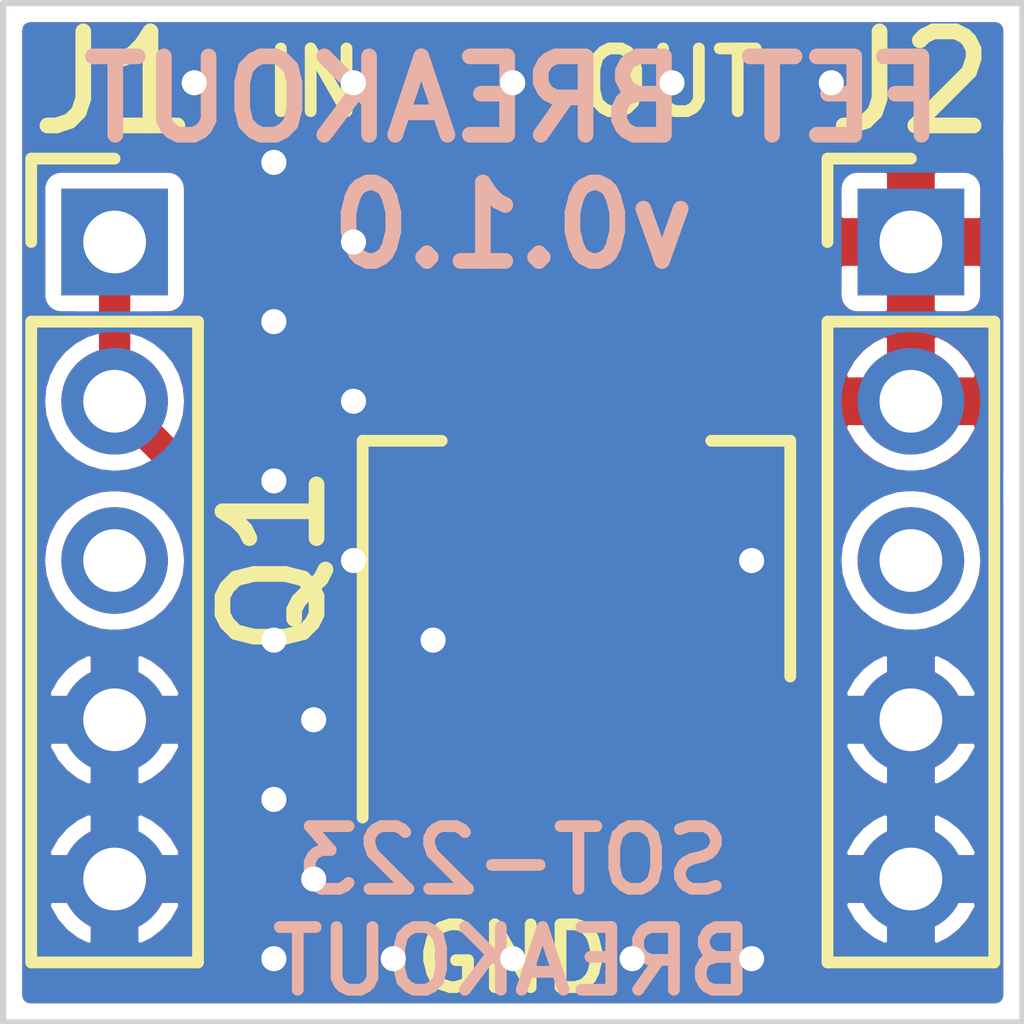
<source format=kicad_pcb>
(kicad_pcb (version 20171130) (host pcbnew "(5.1.2)-2")

  (general
    (thickness 1.6)
    (drawings 9)
    (tracks 25)
    (zones 0)
    (modules 3)
    (nets 4)
  )

  (page A4)
  (layers
    (0 F.Cu signal)
    (31 B.Cu signal)
    (32 B.Adhes user)
    (33 F.Adhes user)
    (34 B.Paste user)
    (35 F.Paste user)
    (36 B.SilkS user)
    (37 F.SilkS user)
    (38 B.Mask user)
    (39 F.Mask user)
    (40 Dwgs.User user)
    (41 Cmts.User user)
    (42 Eco1.User user)
    (43 Eco2.User user)
    (44 Edge.Cuts user)
    (45 Margin user)
    (46 B.CrtYd user hide)
    (47 F.CrtYd user hide)
    (48 B.Fab user hide)
    (49 F.Fab user hide)
  )

  (setup
    (last_trace_width 0.25)
    (trace_clearance 0.2)
    (zone_clearance 0.254)
    (zone_45_only yes)
    (trace_min 0.2)
    (via_size 0.8)
    (via_drill 0.4)
    (via_min_size 0.4)
    (via_min_drill 0.3)
    (uvia_size 0.3)
    (uvia_drill 0.1)
    (uvias_allowed no)
    (uvia_min_size 0.2)
    (uvia_min_drill 0.1)
    (edge_width 0.05)
    (segment_width 0.2)
    (pcb_text_width 0.3)
    (pcb_text_size 1.5 1.5)
    (mod_edge_width 0.12)
    (mod_text_size 1 1)
    (mod_text_width 0.15)
    (pad_size 1.524 1.524)
    (pad_drill 0.762)
    (pad_to_mask_clearance 0.051)
    (solder_mask_min_width 0.25)
    (aux_axis_origin 0 0)
    (visible_elements 7FFFFFFF)
    (pcbplotparams
      (layerselection 0x010fc_ffffffff)
      (usegerberextensions false)
      (usegerberattributes false)
      (usegerberadvancedattributes false)
      (creategerberjobfile false)
      (excludeedgelayer true)
      (linewidth 0.100000)
      (plotframeref false)
      (viasonmask false)
      (mode 1)
      (useauxorigin false)
      (hpglpennumber 1)
      (hpglpenspeed 20)
      (hpglpendiameter 15.000000)
      (psnegative false)
      (psa4output false)
      (plotreference true)
      (plotvalue true)
      (plotinvisibletext false)
      (padsonsilk false)
      (subtractmaskfromsilk false)
      (outputformat 1)
      (mirror false)
      (drillshape 0)
      (scaleselection 1)
      (outputdirectory "GERBERS/"))
  )

  (net 0 "")
  (net 1 /GND)
  (net 2 /GATE)
  (net 3 /OUT)

  (net_class Default "This is the default net class."
    (clearance 0.2)
    (trace_width 0.25)
    (via_dia 0.8)
    (via_drill 0.4)
    (uvia_dia 0.3)
    (uvia_drill 0.1)
  )

  (net_class GATE ""
    (clearance 0.2)
    (trace_width 0.5)
    (via_dia 0.8)
    (via_drill 0.4)
    (uvia_dia 0.3)
    (uvia_drill 0.1)
    (add_net /GATE)
  )

  (net_class PWR ""
    (clearance 0.2)
    (trace_width 0.75)
    (via_dia 0.8)
    (via_drill 0.4)
    (uvia_dia 0.3)
    (uvia_drill 0.1)
    (add_net /GND)
    (add_net /OUT)
  )

  (module footprints:PinHeader_1x05_P2.54mm_Vertical (layer F.Cu) (tedit 5DC88DBA) (tstamp 5DC88F62)
    (at 86.36 78.74)
    (descr "Through hole straight pin header, 1x05, 2.54mm pitch, single row")
    (tags "Through hole pin header THT 1x05 2.54mm single row")
    (path /5DC9550A)
    (fp_text reference J2 (at 0 -2.54) (layer F.SilkS)
      (effects (font (size 1.5 1.5) (thickness 0.25)))
    )
    (fp_text value Conn_01x05_Male (at 0 12.49) (layer F.Fab)
      (effects (font (size 1 1) (thickness 0.15)))
    )
    (fp_text user %R (at 0 5.08 90) (layer F.Fab)
      (effects (font (size 1 1) (thickness 0.15)))
    )
    (fp_line (start 1.524 -1.524) (end -1.524 -1.524) (layer F.CrtYd) (width 0.05))
    (fp_line (start 1.524 11.684) (end 1.524 -1.524) (layer F.CrtYd) (width 0.05))
    (fp_line (start -1.524 11.684) (end 1.524 11.684) (layer F.CrtYd) (width 0.05))
    (fp_line (start -1.524 -1.524) (end -1.524 11.684) (layer F.CrtYd) (width 0.05))
    (fp_line (start -1.33 -1.33) (end 0 -1.33) (layer F.SilkS) (width 0.1875))
    (fp_line (start -1.33 0) (end -1.33 -1.33) (layer F.SilkS) (width 0.1875))
    (fp_line (start -1.33 1.27) (end 1.33 1.27) (layer F.SilkS) (width 0.1875))
    (fp_line (start 1.33 1.27) (end 1.33 11.49) (layer F.SilkS) (width 0.1875))
    (fp_line (start -1.33 1.27) (end -1.33 11.49) (layer F.SilkS) (width 0.1875))
    (fp_line (start -1.33 11.49) (end 1.33 11.49) (layer F.SilkS) (width 0.1875))
    (fp_line (start -1.27 -0.635) (end -0.635 -1.27) (layer F.Fab) (width 0.1))
    (fp_line (start -1.27 11.43) (end -1.27 -0.635) (layer F.Fab) (width 0.1))
    (fp_line (start 1.27 11.43) (end -1.27 11.43) (layer F.Fab) (width 0.1))
    (fp_line (start 1.27 -1.27) (end 1.27 11.43) (layer F.Fab) (width 0.1))
    (fp_line (start -0.635 -1.27) (end 1.27 -1.27) (layer F.Fab) (width 0.1))
    (pad 5 thru_hole oval (at 0 10.16) (size 1.7 1.7) (drill 1) (layers *.Cu *.Mask)
      (net 1 /GND))
    (pad 4 thru_hole oval (at 0 7.62) (size 1.7 1.7) (drill 1) (layers *.Cu *.Mask)
      (net 1 /GND))
    (pad 3 thru_hole oval (at 0 5.08) (size 1.7 1.7) (drill 1) (layers *.Cu *.Mask))
    (pad 2 thru_hole oval (at 0 2.54) (size 1.7 1.7) (drill 1) (layers *.Cu *.Mask)
      (net 3 /OUT))
    (pad 1 thru_hole rect (at 0 0) (size 1.7 1.7) (drill 1) (layers *.Cu *.Mask)
      (net 3 /OUT))
    (model ${KISYS3DMOD}/Connector_PinHeader_2.54mm.3dshapes/PinHeader_1x05_P2.54mm_Vertical.wrl
      (at (xyz 0 0 0))
      (scale (xyz 1 1 1))
      (rotate (xyz 0 0 0))
    )
  )

  (module footprints:PinHeader_1x05_P2.54mm_Vertical (layer F.Cu) (tedit 5DC88DBA) (tstamp 5DC88F49)
    (at 73.66 78.74)
    (descr "Through hole straight pin header, 1x05, 2.54mm pitch, single row")
    (tags "Through hole pin header THT 1x05 2.54mm single row")
    (path /5DC93F27)
    (fp_text reference J1 (at 0 -2.54) (layer F.SilkS)
      (effects (font (size 1.5 1.5) (thickness 0.25)))
    )
    (fp_text value Conn_01x05_Male (at 0 12.49) (layer F.Fab)
      (effects (font (size 1 1) (thickness 0.15)))
    )
    (fp_text user %R (at 0 5.08 90) (layer F.Fab)
      (effects (font (size 1 1) (thickness 0.15)))
    )
    (fp_line (start 1.524 -1.524) (end -1.524 -1.524) (layer F.CrtYd) (width 0.05))
    (fp_line (start 1.524 11.684) (end 1.524 -1.524) (layer F.CrtYd) (width 0.05))
    (fp_line (start -1.524 11.684) (end 1.524 11.684) (layer F.CrtYd) (width 0.05))
    (fp_line (start -1.524 -1.524) (end -1.524 11.684) (layer F.CrtYd) (width 0.05))
    (fp_line (start -1.33 -1.33) (end 0 -1.33) (layer F.SilkS) (width 0.1875))
    (fp_line (start -1.33 0) (end -1.33 -1.33) (layer F.SilkS) (width 0.1875))
    (fp_line (start -1.33 1.27) (end 1.33 1.27) (layer F.SilkS) (width 0.1875))
    (fp_line (start 1.33 1.27) (end 1.33 11.49) (layer F.SilkS) (width 0.1875))
    (fp_line (start -1.33 1.27) (end -1.33 11.49) (layer F.SilkS) (width 0.1875))
    (fp_line (start -1.33 11.49) (end 1.33 11.49) (layer F.SilkS) (width 0.1875))
    (fp_line (start -1.27 -0.635) (end -0.635 -1.27) (layer F.Fab) (width 0.1))
    (fp_line (start -1.27 11.43) (end -1.27 -0.635) (layer F.Fab) (width 0.1))
    (fp_line (start 1.27 11.43) (end -1.27 11.43) (layer F.Fab) (width 0.1))
    (fp_line (start 1.27 -1.27) (end 1.27 11.43) (layer F.Fab) (width 0.1))
    (fp_line (start -0.635 -1.27) (end 1.27 -1.27) (layer F.Fab) (width 0.1))
    (pad 5 thru_hole oval (at 0 10.16) (size 1.7 1.7) (drill 1) (layers *.Cu *.Mask)
      (net 1 /GND))
    (pad 4 thru_hole oval (at 0 7.62) (size 1.7 1.7) (drill 1) (layers *.Cu *.Mask)
      (net 1 /GND))
    (pad 3 thru_hole oval (at 0 5.08) (size 1.7 1.7) (drill 1) (layers *.Cu *.Mask))
    (pad 2 thru_hole oval (at 0 2.54) (size 1.7 1.7) (drill 1) (layers *.Cu *.Mask)
      (net 2 /GATE))
    (pad 1 thru_hole rect (at 0 0) (size 1.7 1.7) (drill 1) (layers *.Cu *.Mask)
      (net 2 /GATE))
    (model ${KISYS3DMOD}/Connector_PinHeader_2.54mm.3dshapes/PinHeader_1x05_P2.54mm_Vertical.wrl
      (at (xyz 0 0 0))
      (scale (xyz 1 1 1))
      (rotate (xyz 0 0 0))
    )
  )

  (module footprints:SOT-223 (layer F.Cu) (tedit 5D61C0FC) (tstamp 5DC88B4D)
    (at 81.026 83.82 90)
    (descr "module CMS SOT223 4 pins")
    (tags "CMS SOT")
    (path /5DC8947E)
    (attr smd)
    (fp_text reference Q1 (at 0 -4.826 90) (layer F.SilkS)
      (effects (font (size 1.5 1.5) (thickness 0.25)))
    )
    (fp_text value Q_NMOS_GDSD (at 0 4.5 90) (layer F.Fab)
      (effects (font (size 1 1) (thickness 0.15)))
    )
    (fp_line (start 1.85 -3.35) (end 1.85 3.35) (layer F.Fab) (width 0.1))
    (fp_line (start -1.85 3.35) (end 1.85 3.35) (layer F.Fab) (width 0.1))
    (fp_line (start -4.1 -3.41) (end 1.91 -3.41) (layer F.SilkS) (width 0.1875))
    (fp_line (start -0.8 -3.35) (end 1.85 -3.35) (layer F.Fab) (width 0.1))
    (fp_line (start -1.85 3.41) (end 1.91 3.41) (layer F.SilkS) (width 0.1875))
    (fp_line (start -1.85 -2.3) (end -1.85 3.35) (layer F.Fab) (width 0.1))
    (fp_line (start -4.4 -3.6) (end -4.4 3.6) (layer F.CrtYd) (width 0.05))
    (fp_line (start -4.4 3.6) (end 4.4 3.6) (layer F.CrtYd) (width 0.05))
    (fp_line (start 4.4 3.6) (end 4.4 -3.6) (layer F.CrtYd) (width 0.05))
    (fp_line (start 4.4 -3.6) (end -4.4 -3.6) (layer F.CrtYd) (width 0.05))
    (fp_line (start 1.91 -3.41) (end 1.91 -2.15) (layer F.SilkS) (width 0.1875))
    (fp_line (start 1.91 3.41) (end 1.91 2.15) (layer F.SilkS) (width 0.1875))
    (fp_line (start -1.85 -2.3) (end -0.8 -3.35) (layer F.Fab) (width 0.1))
    (fp_text user %R (at 0 0) (layer F.Fab)
      (effects (font (size 0.8 0.8) (thickness 0.12)))
    )
    (pad 1 smd rect (at -3.65 -2.3 90) (size 3 1.5) (layers F.Cu F.Paste F.Mask)
      (net 2 /GATE))
    (pad 3 smd rect (at -3.65 2.3 90) (size 3 1.5) (layers F.Cu F.Paste F.Mask)
      (net 1 /GND))
    (pad 2 smd rect (at -3.65 0 90) (size 3 1.5) (layers F.Cu F.Paste F.Mask)
      (net 3 /OUT))
    (pad 4 smd rect (at 3.65 0 90) (size 3 3.8) (layers F.Cu F.Paste F.Mask)
      (net 3 /OUT))
    (model ${KISYS3DMOD}/Package_TO_SOT_SMD.3dshapes/SOT-223.wrl
      (at (xyz 0 0 0))
      (scale (xyz 1 1 1))
      (rotate (xyz 0 0 0))
    )
  )

  (gr_text OUT (at 82.55 76.2) (layer F.SilkS) (tstamp 5DC8E626)
    (effects (font (size 1 1) (thickness 0.1875)))
  )
  (gr_text IN (at 76.835 76.2) (layer F.SilkS) (tstamp 5DC8E5FD)
    (effects (font (size 1 1) (thickness 0.1875)))
  )
  (gr_text GND (at 80.01 90.17) (layer F.SilkS)
    (effects (font (size 1 1) (thickness 0.1875)))
  )
  (gr_text "FET BREAKOUT\nv0.1.0" (at 80.01 77.47) (layer B.SilkS)
    (effects (font (size 1.25 1.25) (thickness 0.25)) (justify mirror))
  )
  (gr_text "SOT-223\nBREAKOUT" (at 80.01 89.408) (layer B.SilkS)
    (effects (font (size 1 1) (thickness 0.1875)) (justify mirror))
  )
  (gr_line (start 88.138 91.186) (end 88.138 74.93) (layer Edge.Cuts) (width 0.1))
  (gr_line (start 71.882 91.186) (end 88.138 91.186) (layer Edge.Cuts) (width 0.1))
  (gr_line (start 71.882 74.93) (end 71.882 91.186) (layer Edge.Cuts) (width 0.1))
  (gr_line (start 88.138 74.93) (end 71.882 74.93) (layer Edge.Cuts) (width 0.1))

  (via (at 74.93 76.2) (size 0.8) (drill 0.4) (layers F.Cu B.Cu) (net 1))
  (via (at 77.47 76.2) (size 0.8) (drill 0.4) (layers F.Cu B.Cu) (net 1))
  (via (at 80.01 76.2) (size 0.8) (drill 0.4) (layers F.Cu B.Cu) (net 1))
  (via (at 82.55 76.2) (size 0.8) (drill 0.4) (layers F.Cu B.Cu) (net 1))
  (via (at 85.09 76.2) (size 0.8) (drill 0.4) (layers F.Cu B.Cu) (net 1))
  (via (at 76.2 77.47) (size 0.8) (drill 0.4) (layers F.Cu B.Cu) (net 1))
  (via (at 77.47 78.74) (size 0.8) (drill 0.4) (layers F.Cu B.Cu) (net 1))
  (via (at 76.2 80.01) (size 0.8) (drill 0.4) (layers F.Cu B.Cu) (net 1))
  (via (at 77.47 81.28) (size 0.8) (drill 0.4) (layers F.Cu B.Cu) (net 1))
  (via (at 76.2 82.55) (size 0.8) (drill 0.4) (layers F.Cu B.Cu) (net 1))
  (via (at 77.47 83.82) (size 0.8) (drill 0.4) (layers F.Cu B.Cu) (net 1))
  (via (at 78.74 85.09) (size 0.8) (drill 0.4) (layers F.Cu B.Cu) (net 1))
  (via (at 83.82 83.82) (size 0.8) (drill 0.4) (layers F.Cu B.Cu) (net 1))
  (via (at 76.2 85.09) (size 0.8) (drill 0.4) (layers F.Cu B.Cu) (net 1))
  (via (at 76.2 87.63) (size 0.8) (drill 0.4) (layers F.Cu B.Cu) (net 1))
  (via (at 76.835 86.36) (size 0.8) (drill 0.4) (layers F.Cu B.Cu) (net 1))
  (via (at 76.835 88.9) (size 0.8) (drill 0.4) (layers F.Cu B.Cu) (net 1))
  (via (at 76.2 90.17) (size 0.8) (drill 0.4) (layers F.Cu B.Cu) (net 1))
  (via (at 80.01 90.17) (size 0.8) (drill 0.4) (layers F.Cu B.Cu) (net 1))
  (via (at 78.105 90.17) (size 0.8) (drill 0.4) (layers F.Cu B.Cu) (net 1))
  (via (at 81.915 90.17) (size 0.8) (drill 0.4) (layers F.Cu B.Cu) (net 1))
  (via (at 83.82 90.17) (size 0.8) (drill 0.4) (layers F.Cu B.Cu) (net 1))
  (segment (start 73.66 78.74) (end 73.66 81.28) (width 0.5) (layer F.Cu) (net 2))
  (segment (start 78.726 86.346) (end 78.726 87.47) (width 0.5) (layer F.Cu) (net 2))
  (segment (start 73.66 81.28) (end 78.726 86.346) (width 0.5) (layer F.Cu) (net 2))

  (zone (net 1) (net_name /GND) (layer B.Cu) (tstamp 5DC8E7D4) (hatch edge 0.508)
    (connect_pads (clearance 0.254))
    (min_thickness 0.254)
    (fill yes (arc_segments 32) (thermal_gap 0.254) (thermal_bridge_width 0.762))
    (polygon
      (pts
        (xy 72.136 90.932) (xy 87.884 90.932) (xy 87.884 75.184) (xy 72.136 75.184)
      )
    )
    (filled_polygon
      (pts
        (xy 87.707 90.755) (xy 72.313 90.755) (xy 72.313 89.3393) (xy 72.510054 89.3393) (xy 72.536223 89.40251)
        (xy 72.655851 89.612092) (xy 72.814068 89.794309) (xy 73.004793 89.942158) (xy 73.220698 90.049958) (xy 73.406 90.009272)
        (xy 73.406 89.154) (xy 73.914 89.154) (xy 73.914 90.009272) (xy 74.099302 90.049958) (xy 74.315207 89.942158)
        (xy 74.505932 89.794309) (xy 74.664149 89.612092) (xy 74.783777 89.40251) (xy 74.809946 89.3393) (xy 85.210054 89.3393)
        (xy 85.236223 89.40251) (xy 85.355851 89.612092) (xy 85.514068 89.794309) (xy 85.704793 89.942158) (xy 85.920698 90.049958)
        (xy 86.106 90.009272) (xy 86.106 89.154) (xy 86.614 89.154) (xy 86.614 90.009272) (xy 86.799302 90.049958)
        (xy 87.015207 89.942158) (xy 87.205932 89.794309) (xy 87.364149 89.612092) (xy 87.483777 89.40251) (xy 87.509946 89.3393)
        (xy 87.466983 89.154) (xy 86.614 89.154) (xy 86.106 89.154) (xy 85.253017 89.154) (xy 85.210054 89.3393)
        (xy 74.809946 89.3393) (xy 74.766983 89.154) (xy 73.914 89.154) (xy 73.406 89.154) (xy 72.553017 89.154)
        (xy 72.510054 89.3393) (xy 72.313 89.3393) (xy 72.313 88.4607) (xy 72.510054 88.4607) (xy 72.553017 88.646)
        (xy 73.406 88.646) (xy 73.406 87.790728) (xy 73.914 87.790728) (xy 73.914 88.646) (xy 74.766983 88.646)
        (xy 74.809946 88.4607) (xy 85.210054 88.4607) (xy 85.253017 88.646) (xy 86.106 88.646) (xy 86.106 87.790728)
        (xy 86.614 87.790728) (xy 86.614 88.646) (xy 87.466983 88.646) (xy 87.509946 88.4607) (xy 87.483777 88.39749)
        (xy 87.364149 88.187908) (xy 87.205932 88.005691) (xy 87.015207 87.857842) (xy 86.799302 87.750042) (xy 86.614 87.790728)
        (xy 86.106 87.790728) (xy 85.920698 87.750042) (xy 85.704793 87.857842) (xy 85.514068 88.005691) (xy 85.355851 88.187908)
        (xy 85.236223 88.39749) (xy 85.210054 88.4607) (xy 74.809946 88.4607) (xy 74.783777 88.39749) (xy 74.664149 88.187908)
        (xy 74.505932 88.005691) (xy 74.315207 87.857842) (xy 74.099302 87.750042) (xy 73.914 87.790728) (xy 73.406 87.790728)
        (xy 73.220698 87.750042) (xy 73.004793 87.857842) (xy 72.814068 88.005691) (xy 72.655851 88.187908) (xy 72.536223 88.39749)
        (xy 72.510054 88.4607) (xy 72.313 88.4607) (xy 72.313 86.7993) (xy 72.510054 86.7993) (xy 72.536223 86.86251)
        (xy 72.655851 87.072092) (xy 72.814068 87.254309) (xy 73.004793 87.402158) (xy 73.220698 87.509958) (xy 73.406 87.469272)
        (xy 73.406 86.614) (xy 73.914 86.614) (xy 73.914 87.469272) (xy 74.099302 87.509958) (xy 74.315207 87.402158)
        (xy 74.505932 87.254309) (xy 74.664149 87.072092) (xy 74.783777 86.86251) (xy 74.809946 86.7993) (xy 85.210054 86.7993)
        (xy 85.236223 86.86251) (xy 85.355851 87.072092) (xy 85.514068 87.254309) (xy 85.704793 87.402158) (xy 85.920698 87.509958)
        (xy 86.106 87.469272) (xy 86.106 86.614) (xy 86.614 86.614) (xy 86.614 87.469272) (xy 86.799302 87.509958)
        (xy 87.015207 87.402158) (xy 87.205932 87.254309) (xy 87.364149 87.072092) (xy 87.483777 86.86251) (xy 87.509946 86.7993)
        (xy 87.466983 86.614) (xy 86.614 86.614) (xy 86.106 86.614) (xy 85.253017 86.614) (xy 85.210054 86.7993)
        (xy 74.809946 86.7993) (xy 74.766983 86.614) (xy 73.914 86.614) (xy 73.406 86.614) (xy 72.553017 86.614)
        (xy 72.510054 86.7993) (xy 72.313 86.7993) (xy 72.313 85.9207) (xy 72.510054 85.9207) (xy 72.553017 86.106)
        (xy 73.406 86.106) (xy 73.406 85.250728) (xy 73.914 85.250728) (xy 73.914 86.106) (xy 74.766983 86.106)
        (xy 74.809946 85.9207) (xy 85.210054 85.9207) (xy 85.253017 86.106) (xy 86.106 86.106) (xy 86.106 85.250728)
        (xy 86.614 85.250728) (xy 86.614 86.106) (xy 87.466983 86.106) (xy 87.509946 85.9207) (xy 87.483777 85.85749)
        (xy 87.364149 85.647908) (xy 87.205932 85.465691) (xy 87.015207 85.317842) (xy 86.799302 85.210042) (xy 86.614 85.250728)
        (xy 86.106 85.250728) (xy 85.920698 85.210042) (xy 85.704793 85.317842) (xy 85.514068 85.465691) (xy 85.355851 85.647908)
        (xy 85.236223 85.85749) (xy 85.210054 85.9207) (xy 74.809946 85.9207) (xy 74.783777 85.85749) (xy 74.664149 85.647908)
        (xy 74.505932 85.465691) (xy 74.315207 85.317842) (xy 74.099302 85.210042) (xy 73.914 85.250728) (xy 73.406 85.250728)
        (xy 73.220698 85.210042) (xy 73.004793 85.317842) (xy 72.814068 85.465691) (xy 72.655851 85.647908) (xy 72.536223 85.85749)
        (xy 72.510054 85.9207) (xy 72.313 85.9207) (xy 72.313 83.82) (xy 72.423044 83.82) (xy 72.446812 84.061318)
        (xy 72.517202 84.293363) (xy 72.631509 84.507216) (xy 72.78534 84.69466) (xy 72.972784 84.848491) (xy 73.186637 84.962798)
        (xy 73.418682 85.033188) (xy 73.599528 85.051) (xy 73.720472 85.051) (xy 73.901318 85.033188) (xy 74.133363 84.962798)
        (xy 74.347216 84.848491) (xy 74.53466 84.69466) (xy 74.688491 84.507216) (xy 74.802798 84.293363) (xy 74.873188 84.061318)
        (xy 74.896956 83.82) (xy 85.123044 83.82) (xy 85.146812 84.061318) (xy 85.217202 84.293363) (xy 85.331509 84.507216)
        (xy 85.48534 84.69466) (xy 85.672784 84.848491) (xy 85.886637 84.962798) (xy 86.118682 85.033188) (xy 86.299528 85.051)
        (xy 86.420472 85.051) (xy 86.601318 85.033188) (xy 86.833363 84.962798) (xy 87.047216 84.848491) (xy 87.23466 84.69466)
        (xy 87.388491 84.507216) (xy 87.502798 84.293363) (xy 87.573188 84.061318) (xy 87.596956 83.82) (xy 87.573188 83.578682)
        (xy 87.502798 83.346637) (xy 87.388491 83.132784) (xy 87.23466 82.94534) (xy 87.047216 82.791509) (xy 86.833363 82.677202)
        (xy 86.601318 82.606812) (xy 86.420472 82.589) (xy 86.299528 82.589) (xy 86.118682 82.606812) (xy 85.886637 82.677202)
        (xy 85.672784 82.791509) (xy 85.48534 82.94534) (xy 85.331509 83.132784) (xy 85.217202 83.346637) (xy 85.146812 83.578682)
        (xy 85.123044 83.82) (xy 74.896956 83.82) (xy 74.873188 83.578682) (xy 74.802798 83.346637) (xy 74.688491 83.132784)
        (xy 74.53466 82.94534) (xy 74.347216 82.791509) (xy 74.133363 82.677202) (xy 73.901318 82.606812) (xy 73.720472 82.589)
        (xy 73.599528 82.589) (xy 73.418682 82.606812) (xy 73.186637 82.677202) (xy 72.972784 82.791509) (xy 72.78534 82.94534)
        (xy 72.631509 83.132784) (xy 72.517202 83.346637) (xy 72.446812 83.578682) (xy 72.423044 83.82) (xy 72.313 83.82)
        (xy 72.313 81.28) (xy 72.423044 81.28) (xy 72.446812 81.521318) (xy 72.517202 81.753363) (xy 72.631509 81.967216)
        (xy 72.78534 82.15466) (xy 72.972784 82.308491) (xy 73.186637 82.422798) (xy 73.418682 82.493188) (xy 73.599528 82.511)
        (xy 73.720472 82.511) (xy 73.901318 82.493188) (xy 74.133363 82.422798) (xy 74.347216 82.308491) (xy 74.53466 82.15466)
        (xy 74.688491 81.967216) (xy 74.802798 81.753363) (xy 74.873188 81.521318) (xy 74.896956 81.28) (xy 85.123044 81.28)
        (xy 85.146812 81.521318) (xy 85.217202 81.753363) (xy 85.331509 81.967216) (xy 85.48534 82.15466) (xy 85.672784 82.308491)
        (xy 85.886637 82.422798) (xy 86.118682 82.493188) (xy 86.299528 82.511) (xy 86.420472 82.511) (xy 86.601318 82.493188)
        (xy 86.833363 82.422798) (xy 87.047216 82.308491) (xy 87.23466 82.15466) (xy 87.388491 81.967216) (xy 87.502798 81.753363)
        (xy 87.573188 81.521318) (xy 87.596956 81.28) (xy 87.573188 81.038682) (xy 87.502798 80.806637) (xy 87.388491 80.592784)
        (xy 87.23466 80.40534) (xy 87.047216 80.251509) (xy 86.833363 80.137202) (xy 86.601318 80.066812) (xy 86.420472 80.049)
        (xy 86.299528 80.049) (xy 86.118682 80.066812) (xy 85.886637 80.137202) (xy 85.672784 80.251509) (xy 85.48534 80.40534)
        (xy 85.331509 80.592784) (xy 85.217202 80.806637) (xy 85.146812 81.038682) (xy 85.123044 81.28) (xy 74.896956 81.28)
        (xy 74.873188 81.038682) (xy 74.802798 80.806637) (xy 74.688491 80.592784) (xy 74.53466 80.40534) (xy 74.347216 80.251509)
        (xy 74.133363 80.137202) (xy 73.901318 80.066812) (xy 73.720472 80.049) (xy 73.599528 80.049) (xy 73.418682 80.066812)
        (xy 73.186637 80.137202) (xy 72.972784 80.251509) (xy 72.78534 80.40534) (xy 72.631509 80.592784) (xy 72.517202 80.806637)
        (xy 72.446812 81.038682) (xy 72.423044 81.28) (xy 72.313 81.28) (xy 72.313 77.89) (xy 72.427157 77.89)
        (xy 72.427157 79.59) (xy 72.434513 79.664689) (xy 72.456299 79.736508) (xy 72.491678 79.802696) (xy 72.539289 79.860711)
        (xy 72.597304 79.908322) (xy 72.663492 79.943701) (xy 72.735311 79.965487) (xy 72.81 79.972843) (xy 74.51 79.972843)
        (xy 74.584689 79.965487) (xy 74.656508 79.943701) (xy 74.722696 79.908322) (xy 74.780711 79.860711) (xy 74.828322 79.802696)
        (xy 74.863701 79.736508) (xy 74.885487 79.664689) (xy 74.892843 79.59) (xy 74.892843 77.89) (xy 85.127157 77.89)
        (xy 85.127157 79.59) (xy 85.134513 79.664689) (xy 85.156299 79.736508) (xy 85.191678 79.802696) (xy 85.239289 79.860711)
        (xy 85.297304 79.908322) (xy 85.363492 79.943701) (xy 85.435311 79.965487) (xy 85.51 79.972843) (xy 87.21 79.972843)
        (xy 87.284689 79.965487) (xy 87.356508 79.943701) (xy 87.422696 79.908322) (xy 87.480711 79.860711) (xy 87.528322 79.802696)
        (xy 87.563701 79.736508) (xy 87.585487 79.664689) (xy 87.592843 79.59) (xy 87.592843 77.89) (xy 87.585487 77.815311)
        (xy 87.563701 77.743492) (xy 87.528322 77.677304) (xy 87.480711 77.619289) (xy 87.422696 77.571678) (xy 87.356508 77.536299)
        (xy 87.284689 77.514513) (xy 87.21 77.507157) (xy 85.51 77.507157) (xy 85.435311 77.514513) (xy 85.363492 77.536299)
        (xy 85.297304 77.571678) (xy 85.239289 77.619289) (xy 85.191678 77.677304) (xy 85.156299 77.743492) (xy 85.134513 77.815311)
        (xy 85.127157 77.89) (xy 74.892843 77.89) (xy 74.885487 77.815311) (xy 74.863701 77.743492) (xy 74.828322 77.677304)
        (xy 74.780711 77.619289) (xy 74.722696 77.571678) (xy 74.656508 77.536299) (xy 74.584689 77.514513) (xy 74.51 77.507157)
        (xy 72.81 77.507157) (xy 72.735311 77.514513) (xy 72.663492 77.536299) (xy 72.597304 77.571678) (xy 72.539289 77.619289)
        (xy 72.491678 77.677304) (xy 72.456299 77.743492) (xy 72.434513 77.815311) (xy 72.427157 77.89) (xy 72.313 77.89)
        (xy 72.313 75.361) (xy 87.707001 75.361)
      )
    )
  )
  (zone (net 1) (net_name /GND) (layer F.Cu) (tstamp 5DC8E7D1) (hatch edge 0.508)
    (connect_pads (clearance 0.254))
    (min_thickness 0.254)
    (fill yes (arc_segments 32) (thermal_gap 0.254) (thermal_bridge_width 0.762))
    (polygon
      (pts
        (xy 87.884 75.184) (xy 72.136 75.184) (xy 72.136 90.932) (xy 87.884 90.932)
      )
    )
    (filled_polygon
      (pts
        (xy 87.707001 76.835) (xy 78.486 76.835) (xy 78.411671 76.842321) (xy 78.340198 76.864002) (xy 78.274328 76.89921)
        (xy 78.216592 76.946592) (xy 78.16921 77.004328) (xy 78.134002 77.070198) (xy 78.112321 77.141671) (xy 78.105 77.216)
        (xy 78.105 82.042) (xy 78.112321 82.116329) (xy 78.134002 82.187802) (xy 78.16921 82.253672) (xy 78.216592 82.311408)
        (xy 79.375 83.469816) (xy 79.375 85.587157) (xy 78.859526 85.587157) (xy 74.854684 81.582316) (xy 74.873188 81.521318)
        (xy 74.896956 81.28) (xy 74.873188 81.038682) (xy 74.802798 80.806637) (xy 74.688491 80.592784) (xy 74.53466 80.40534)
        (xy 74.347216 80.251509) (xy 74.291 80.221461) (xy 74.291 79.972843) (xy 74.51 79.972843) (xy 74.584689 79.965487)
        (xy 74.656508 79.943701) (xy 74.722696 79.908322) (xy 74.780711 79.860711) (xy 74.828322 79.802696) (xy 74.863701 79.736508)
        (xy 74.885487 79.664689) (xy 74.892843 79.59) (xy 74.892843 77.89) (xy 74.885487 77.815311) (xy 74.863701 77.743492)
        (xy 74.828322 77.677304) (xy 74.780711 77.619289) (xy 74.722696 77.571678) (xy 74.656508 77.536299) (xy 74.584689 77.514513)
        (xy 74.51 77.507157) (xy 72.81 77.507157) (xy 72.735311 77.514513) (xy 72.663492 77.536299) (xy 72.597304 77.571678)
        (xy 72.539289 77.619289) (xy 72.491678 77.677304) (xy 72.456299 77.743492) (xy 72.434513 77.815311) (xy 72.427157 77.89)
        (xy 72.427157 79.59) (xy 72.434513 79.664689) (xy 72.456299 79.736508) (xy 72.491678 79.802696) (xy 72.539289 79.860711)
        (xy 72.597304 79.908322) (xy 72.663492 79.943701) (xy 72.735311 79.965487) (xy 72.81 79.972843) (xy 73.029 79.972843)
        (xy 73.029001 80.221461) (xy 72.972784 80.251509) (xy 72.78534 80.40534) (xy 72.631509 80.592784) (xy 72.517202 80.806637)
        (xy 72.446812 81.038682) (xy 72.423044 81.28) (xy 72.446812 81.521318) (xy 72.517202 81.753363) (xy 72.631509 81.967216)
        (xy 72.78534 82.15466) (xy 72.972784 82.308491) (xy 73.186637 82.422798) (xy 73.418682 82.493188) (xy 73.599528 82.511)
        (xy 73.720472 82.511) (xy 73.901318 82.493188) (xy 73.962316 82.474684) (xy 74.200971 82.713339) (xy 74.133363 82.677202)
        (xy 73.901318 82.606812) (xy 73.720472 82.589) (xy 73.599528 82.589) (xy 73.418682 82.606812) (xy 73.186637 82.677202)
        (xy 72.972784 82.791509) (xy 72.78534 82.94534) (xy 72.631509 83.132784) (xy 72.517202 83.346637) (xy 72.446812 83.578682)
        (xy 72.423044 83.82) (xy 72.446812 84.061318) (xy 72.517202 84.293363) (xy 72.631509 84.507216) (xy 72.78534 84.69466)
        (xy 72.972784 84.848491) (xy 73.186637 84.962798) (xy 73.418682 85.033188) (xy 73.599528 85.051) (xy 73.720472 85.051)
        (xy 73.901318 85.033188) (xy 74.133363 84.962798) (xy 74.347216 84.848491) (xy 74.53466 84.69466) (xy 74.688491 84.507216)
        (xy 74.802798 84.293363) (xy 74.873188 84.061318) (xy 74.896956 83.82) (xy 74.873188 83.578682) (xy 74.802798 83.346637)
        (xy 74.766661 83.279029) (xy 77.593157 86.105526) (xy 77.593157 88.97) (xy 77.600513 89.044689) (xy 77.622299 89.116508)
        (xy 77.657678 89.182696) (xy 77.705289 89.240711) (xy 77.763304 89.288322) (xy 77.829492 89.323701) (xy 77.901311 89.345487)
        (xy 77.976 89.352843) (xy 79.432353 89.352843) (xy 79.43921 89.365672) (xy 79.486592 89.423408) (xy 79.544328 89.47079)
        (xy 79.610198 89.505998) (xy 79.681671 89.527679) (xy 79.756 89.535) (xy 82.296 89.535) (xy 82.370329 89.527679)
        (xy 82.441802 89.505998) (xy 82.507672 89.47079) (xy 82.565408 89.423408) (xy 82.61279 89.365672) (xy 82.619755 89.352642)
        (xy 82.97675 89.351) (xy 83.072 89.25575) (xy 83.072 87.724) (xy 83.58 87.724) (xy 83.58 89.25575)
        (xy 83.67525 89.351) (xy 84.076 89.352843) (xy 84.150689 89.345487) (xy 84.171084 89.3393) (xy 85.210054 89.3393)
        (xy 85.236223 89.40251) (xy 85.355851 89.612092) (xy 85.514068 89.794309) (xy 85.704793 89.942158) (xy 85.920698 90.049958)
        (xy 86.106 90.009272) (xy 86.106 89.154) (xy 86.614 89.154) (xy 86.614 90.009272) (xy 86.799302 90.049958)
        (xy 87.015207 89.942158) (xy 87.205932 89.794309) (xy 87.364149 89.612092) (xy 87.483777 89.40251) (xy 87.509946 89.3393)
        (xy 87.466983 89.154) (xy 86.614 89.154) (xy 86.106 89.154) (xy 85.253017 89.154) (xy 85.210054 89.3393)
        (xy 84.171084 89.3393) (xy 84.222508 89.323701) (xy 84.288696 89.288322) (xy 84.346711 89.240711) (xy 84.394322 89.182696)
        (xy 84.429701 89.116508) (xy 84.451487 89.044689) (xy 84.458843 88.97) (xy 84.458028 88.4607) (xy 85.210054 88.4607)
        (xy 85.253017 88.646) (xy 86.106 88.646) (xy 86.106 87.790728) (xy 86.614 87.790728) (xy 86.614 88.646)
        (xy 87.466983 88.646) (xy 87.509946 88.4607) (xy 87.483777 88.39749) (xy 87.364149 88.187908) (xy 87.205932 88.005691)
        (xy 87.015207 87.857842) (xy 86.799302 87.750042) (xy 86.614 87.790728) (xy 86.106 87.790728) (xy 85.920698 87.750042)
        (xy 85.704793 87.857842) (xy 85.514068 88.005691) (xy 85.355851 88.187908) (xy 85.236223 88.39749) (xy 85.210054 88.4607)
        (xy 84.458028 88.4607) (xy 84.457 87.81925) (xy 84.36175 87.724) (xy 83.58 87.724) (xy 83.072 87.724)
        (xy 83.052 87.724) (xy 83.052 87.216) (xy 83.072 87.216) (xy 83.072 85.68425) (xy 83.58 85.68425)
        (xy 83.58 87.216) (xy 84.36175 87.216) (xy 84.457 87.12075) (xy 84.457514 86.7993) (xy 85.210054 86.7993)
        (xy 85.236223 86.86251) (xy 85.355851 87.072092) (xy 85.514068 87.254309) (xy 85.704793 87.402158) (xy 85.920698 87.509958)
        (xy 86.106 87.469272) (xy 86.106 86.614) (xy 86.614 86.614) (xy 86.614 87.469272) (xy 86.799302 87.509958)
        (xy 87.015207 87.402158) (xy 87.205932 87.254309) (xy 87.364149 87.072092) (xy 87.483777 86.86251) (xy 87.509946 86.7993)
        (xy 87.466983 86.614) (xy 86.614 86.614) (xy 86.106 86.614) (xy 85.253017 86.614) (xy 85.210054 86.7993)
        (xy 84.457514 86.7993) (xy 84.458843 85.97) (xy 84.453988 85.9207) (xy 85.210054 85.9207) (xy 85.253017 86.106)
        (xy 86.106 86.106) (xy 86.106 85.250728) (xy 86.614 85.250728) (xy 86.614 86.106) (xy 87.466983 86.106)
        (xy 87.509946 85.9207) (xy 87.483777 85.85749) (xy 87.364149 85.647908) (xy 87.205932 85.465691) (xy 87.015207 85.317842)
        (xy 86.799302 85.210042) (xy 86.614 85.250728) (xy 86.106 85.250728) (xy 85.920698 85.210042) (xy 85.704793 85.317842)
        (xy 85.514068 85.465691) (xy 85.355851 85.647908) (xy 85.236223 85.85749) (xy 85.210054 85.9207) (xy 84.453988 85.9207)
        (xy 84.451487 85.895311) (xy 84.429701 85.823492) (xy 84.394322 85.757304) (xy 84.346711 85.699289) (xy 84.288696 85.651678)
        (xy 84.222508 85.616299) (xy 84.150689 85.594513) (xy 84.076 85.587157) (xy 83.67525 85.589) (xy 83.58 85.68425)
        (xy 83.072 85.68425) (xy 82.97675 85.589) (xy 82.677 85.587621) (xy 82.677 83.469816) (xy 83.215816 82.931)
        (xy 85.502813 82.931) (xy 85.48534 82.94534) (xy 85.331509 83.132784) (xy 85.217202 83.346637) (xy 85.146812 83.578682)
        (xy 85.123044 83.82) (xy 85.146812 84.061318) (xy 85.217202 84.293363) (xy 85.331509 84.507216) (xy 85.48534 84.69466)
        (xy 85.672784 84.848491) (xy 85.886637 84.962798) (xy 86.118682 85.033188) (xy 86.299528 85.051) (xy 86.420472 85.051)
        (xy 86.601318 85.033188) (xy 86.833363 84.962798) (xy 87.047216 84.848491) (xy 87.23466 84.69466) (xy 87.388491 84.507216)
        (xy 87.502798 84.293363) (xy 87.573188 84.061318) (xy 87.596956 83.82) (xy 87.573188 83.578682) (xy 87.502798 83.346637)
        (xy 87.388491 83.132784) (xy 87.23466 82.94534) (xy 87.217187 82.931) (xy 87.707001 82.931) (xy 87.707 90.755)
        (xy 72.313 90.755) (xy 72.313 89.3393) (xy 72.510054 89.3393) (xy 72.536223 89.40251) (xy 72.655851 89.612092)
        (xy 72.814068 89.794309) (xy 73.004793 89.942158) (xy 73.220698 90.049958) (xy 73.406 90.009272) (xy 73.406 89.154)
        (xy 73.914 89.154) (xy 73.914 90.009272) (xy 74.099302 90.049958) (xy 74.315207 89.942158) (xy 74.505932 89.794309)
        (xy 74.664149 89.612092) (xy 74.783777 89.40251) (xy 74.809946 89.3393) (xy 74.766983 89.154) (xy 73.914 89.154)
        (xy 73.406 89.154) (xy 72.553017 89.154) (xy 72.510054 89.3393) (xy 72.313 89.3393) (xy 72.313 88.4607)
        (xy 72.510054 88.4607) (xy 72.553017 88.646) (xy 73.406 88.646) (xy 73.406 87.790728) (xy 73.914 87.790728)
        (xy 73.914 88.646) (xy 74.766983 88.646) (xy 74.809946 88.4607) (xy 74.783777 88.39749) (xy 74.664149 88.187908)
        (xy 74.505932 88.005691) (xy 74.315207 87.857842) (xy 74.099302 87.750042) (xy 73.914 87.790728) (xy 73.406 87.790728)
        (xy 73.220698 87.750042) (xy 73.004793 87.857842) (xy 72.814068 88.005691) (xy 72.655851 88.187908) (xy 72.536223 88.39749)
        (xy 72.510054 88.4607) (xy 72.313 88.4607) (xy 72.313 86.7993) (xy 72.510054 86.7993) (xy 72.536223 86.86251)
        (xy 72.655851 87.072092) (xy 72.814068 87.254309) (xy 73.004793 87.402158) (xy 73.220698 87.509958) (xy 73.406 87.469272)
        (xy 73.406 86.614) (xy 73.914 86.614) (xy 73.914 87.469272) (xy 74.099302 87.509958) (xy 74.315207 87.402158)
        (xy 74.505932 87.254309) (xy 74.664149 87.072092) (xy 74.783777 86.86251) (xy 74.809946 86.7993) (xy 74.766983 86.614)
        (xy 73.914 86.614) (xy 73.406 86.614) (xy 72.553017 86.614) (xy 72.510054 86.7993) (xy 72.313 86.7993)
        (xy 72.313 85.9207) (xy 72.510054 85.9207) (xy 72.553017 86.106) (xy 73.406 86.106) (xy 73.406 85.250728)
        (xy 73.914 85.250728) (xy 73.914 86.106) (xy 74.766983 86.106) (xy 74.809946 85.9207) (xy 74.783777 85.85749)
        (xy 74.664149 85.647908) (xy 74.505932 85.465691) (xy 74.315207 85.317842) (xy 74.099302 85.210042) (xy 73.914 85.250728)
        (xy 73.406 85.250728) (xy 73.220698 85.210042) (xy 73.004793 85.317842) (xy 72.814068 85.465691) (xy 72.655851 85.647908)
        (xy 72.536223 85.85749) (xy 72.510054 85.9207) (xy 72.313 85.9207) (xy 72.313 75.361) (xy 87.707001 75.361)
      )
    )
  )
  (zone (net 3) (net_name /OUT) (layer F.Cu) (tstamp 5DC8E7CE) (hatch edge 0.508)
    (priority 1)
    (connect_pads (clearance 0.254))
    (min_thickness 0.254)
    (fill yes (arc_segments 32) (thermal_gap 0.254) (thermal_bridge_width 0.762))
    (polygon
      (pts
        (xy 87.884 77.216) (xy 78.486 77.216) (xy 78.486 82.042) (xy 79.756 83.312) (xy 79.756 89.154)
        (xy 82.296 89.154) (xy 82.296 83.312) (xy 83.058 82.55) (xy 87.884 82.55)
      )
    )
    (filled_polygon
      (pts
        (xy 87.707001 82.423) (xy 86.813238 82.423) (xy 87.015207 82.322158) (xy 87.205932 82.174309) (xy 87.364149 81.992092)
        (xy 87.483777 81.78251) (xy 87.509946 81.7193) (xy 87.466983 81.534) (xy 86.614 81.534) (xy 86.614 81.554)
        (xy 86.106 81.554) (xy 86.106 81.534) (xy 85.253017 81.534) (xy 85.210054 81.7193) (xy 85.236223 81.78251)
        (xy 85.355851 81.992092) (xy 85.514068 82.174309) (xy 85.704793 82.322158) (xy 85.906762 82.423) (xy 83.058 82.423)
        (xy 83.033224 82.42544) (xy 83.009399 82.432667) (xy 82.987443 82.444403) (xy 82.968197 82.460197) (xy 82.206197 83.222197)
        (xy 82.190403 83.241443) (xy 82.178667 83.263399) (xy 82.17144 83.287224) (xy 82.169 83.312) (xy 82.169 89.027)
        (xy 82.153229 89.027) (xy 82.158843 88.97) (xy 82.157 87.81925) (xy 82.06175 87.724) (xy 81.28 87.724)
        (xy 81.28 87.744) (xy 80.772 87.744) (xy 80.772 87.724) (xy 79.99025 87.724) (xy 79.895 87.81925)
        (xy 79.893157 88.97) (xy 79.898771 89.027) (xy 79.883 89.027) (xy 79.883 85.97) (xy 79.893157 85.97)
        (xy 79.895 87.12075) (xy 79.99025 87.216) (xy 80.772 87.216) (xy 80.772 85.68425) (xy 81.28 85.68425)
        (xy 81.28 87.216) (xy 82.06175 87.216) (xy 82.157 87.12075) (xy 82.158843 85.97) (xy 82.151487 85.895311)
        (xy 82.129701 85.823492) (xy 82.094322 85.757304) (xy 82.046711 85.699289) (xy 81.988696 85.651678) (xy 81.922508 85.616299)
        (xy 81.850689 85.594513) (xy 81.776 85.587157) (xy 81.37525 85.589) (xy 81.28 85.68425) (xy 80.772 85.68425)
        (xy 80.67675 85.589) (xy 80.276 85.587157) (xy 80.201311 85.594513) (xy 80.129492 85.616299) (xy 80.063304 85.651678)
        (xy 80.005289 85.699289) (xy 79.957678 85.757304) (xy 79.922299 85.823492) (xy 79.900513 85.895311) (xy 79.893157 85.97)
        (xy 79.883 85.97) (xy 79.883 83.312) (xy 79.88056 83.287224) (xy 79.873333 83.263399) (xy 79.861597 83.241443)
        (xy 79.845803 83.222197) (xy 78.613 81.989394) (xy 78.613 81.67) (xy 78.743157 81.67) (xy 78.750513 81.744689)
        (xy 78.772299 81.816508) (xy 78.807678 81.882696) (xy 78.855289 81.940711) (xy 78.913304 81.988322) (xy 78.979492 82.023701)
        (xy 79.051311 82.045487) (xy 79.126 82.052843) (xy 80.67675 82.051) (xy 80.772 81.95575) (xy 80.772 80.424)
        (xy 81.28 80.424) (xy 81.28 81.95575) (xy 81.37525 82.051) (xy 82.926 82.052843) (xy 83.000689 82.045487)
        (xy 83.072508 82.023701) (xy 83.138696 81.988322) (xy 83.196711 81.940711) (xy 83.244322 81.882696) (xy 83.279701 81.816508)
        (xy 83.301487 81.744689) (xy 83.308843 81.67) (xy 83.307515 80.8407) (xy 85.210054 80.8407) (xy 85.253017 81.026)
        (xy 86.106 81.026) (xy 86.106 80.170728) (xy 86.614 80.170728) (xy 86.614 81.026) (xy 87.466983 81.026)
        (xy 87.509946 80.8407) (xy 87.483777 80.77749) (xy 87.364149 80.567908) (xy 87.205932 80.385691) (xy 87.015207 80.237842)
        (xy 86.799302 80.130042) (xy 86.614 80.170728) (xy 86.106 80.170728) (xy 85.920698 80.130042) (xy 85.704793 80.237842)
        (xy 85.514068 80.385691) (xy 85.355851 80.567908) (xy 85.236223 80.77749) (xy 85.210054 80.8407) (xy 83.307515 80.8407)
        (xy 83.307 80.51925) (xy 83.21175 80.424) (xy 81.28 80.424) (xy 80.772 80.424) (xy 78.84025 80.424)
        (xy 78.745 80.51925) (xy 78.743157 81.67) (xy 78.613 81.67) (xy 78.613 78.67) (xy 78.743157 78.67)
        (xy 78.745 79.82075) (xy 78.84025 79.916) (xy 80.772 79.916) (xy 80.772 78.38425) (xy 81.28 78.38425)
        (xy 81.28 79.916) (xy 83.21175 79.916) (xy 83.307 79.82075) (xy 83.307369 79.59) (xy 85.127157 79.59)
        (xy 85.134513 79.664689) (xy 85.156299 79.736508) (xy 85.191678 79.802696) (xy 85.239289 79.860711) (xy 85.297304 79.908322)
        (xy 85.363492 79.943701) (xy 85.435311 79.965487) (xy 85.51 79.972843) (xy 86.01075 79.971) (xy 86.106 79.87575)
        (xy 86.106 78.994) (xy 86.614 78.994) (xy 86.614 79.87575) (xy 86.70925 79.971) (xy 87.21 79.972843)
        (xy 87.284689 79.965487) (xy 87.356508 79.943701) (xy 87.422696 79.908322) (xy 87.480711 79.860711) (xy 87.528322 79.802696)
        (xy 87.563701 79.736508) (xy 87.585487 79.664689) (xy 87.592843 79.59) (xy 87.591 79.08925) (xy 87.49575 78.994)
        (xy 86.614 78.994) (xy 86.106 78.994) (xy 85.22425 78.994) (xy 85.129 79.08925) (xy 85.127157 79.59)
        (xy 83.307369 79.59) (xy 83.308843 78.67) (xy 83.301487 78.595311) (xy 83.279701 78.523492) (xy 83.244322 78.457304)
        (xy 83.196711 78.399289) (xy 83.138696 78.351678) (xy 83.072508 78.316299) (xy 83.000689 78.294513) (xy 82.926 78.287157)
        (xy 81.37525 78.289) (xy 81.28 78.38425) (xy 80.772 78.38425) (xy 80.67675 78.289) (xy 79.126 78.287157)
        (xy 79.051311 78.294513) (xy 78.979492 78.316299) (xy 78.913304 78.351678) (xy 78.855289 78.399289) (xy 78.807678 78.457304)
        (xy 78.772299 78.523492) (xy 78.750513 78.595311) (xy 78.743157 78.67) (xy 78.613 78.67) (xy 78.613 77.89)
        (xy 85.127157 77.89) (xy 85.129 78.39075) (xy 85.22425 78.486) (xy 86.106 78.486) (xy 86.106 77.60425)
        (xy 86.614 77.60425) (xy 86.614 78.486) (xy 87.49575 78.486) (xy 87.591 78.39075) (xy 87.592843 77.89)
        (xy 87.585487 77.815311) (xy 87.563701 77.743492) (xy 87.528322 77.677304) (xy 87.480711 77.619289) (xy 87.422696 77.571678)
        (xy 87.356508 77.536299) (xy 87.284689 77.514513) (xy 87.21 77.507157) (xy 86.70925 77.509) (xy 86.614 77.60425)
        (xy 86.106 77.60425) (xy 86.01075 77.509) (xy 85.51 77.507157) (xy 85.435311 77.514513) (xy 85.363492 77.536299)
        (xy 85.297304 77.571678) (xy 85.239289 77.619289) (xy 85.191678 77.677304) (xy 85.156299 77.743492) (xy 85.134513 77.815311)
        (xy 85.127157 77.89) (xy 78.613 77.89) (xy 78.613 77.343) (xy 87.707001 77.343)
      )
    )
  )
)

</source>
